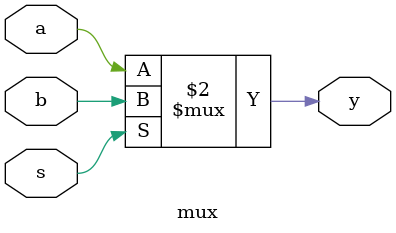
<source format=v>
`timescale 1ns / 1ps


module mux(y, a, b, s);
    output wire  y;
    input wire a,b;
    input wire s;
    
    assign y = (s==1) ? b : a;
    
endmodule

</source>
